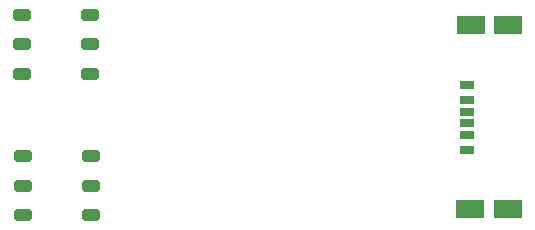
<source format=gbr>
G04*
G04 #@! TF.GenerationSoftware,Altium Limited,Altium Designer,23.0.1 (38)*
G04*
G04 Layer_Color=8421504*
%FSLAX43Y43*%
%MOMM*%
G71*
G04*
G04 #@! TF.SameCoordinates,0C8224BD-781C-42A6-9A02-31E2BED0DC02*
G04*
G04*
G04 #@! TF.FilePolarity,Positive*
G04*
G01*
G75*
%ADD13R,2.350X1.550*%
G04:AMPARAMS|DCode=14|XSize=1mm|YSize=1.525mm|CornerRadius=0.25mm|HoleSize=0mm|Usage=FLASHONLY|Rotation=90.000|XOffset=0mm|YOffset=0mm|HoleType=Round|Shape=RoundedRectangle|*
%AMROUNDEDRECTD14*
21,1,1.000,1.025,0,0,90.0*
21,1,0.500,1.525,0,0,90.0*
1,1,0.500,0.513,0.250*
1,1,0.500,0.513,-0.250*
1,1,0.500,-0.513,-0.250*
1,1,0.500,-0.513,0.250*
%
%ADD14ROUNDEDRECTD14*%
%ADD15R,1.200X0.800*%
%ADD16R,1.200X0.760*%
%ADD17R,1.200X0.700*%
D13*
X125044Y108585D02*
D03*
X121844D02*
D03*
X124968Y92964D02*
D03*
X121768D02*
D03*
D14*
X83879Y104434D02*
D03*
Y106934D02*
D03*
Y109434D02*
D03*
X89604D02*
D03*
Y106934D02*
D03*
Y104434D02*
D03*
X83947Y92456D02*
D03*
Y94956D02*
D03*
Y97456D02*
D03*
X89672D02*
D03*
Y94956D02*
D03*
Y92456D02*
D03*
D15*
X121507Y97961D02*
D03*
Y103461D02*
D03*
D16*
Y99191D02*
D03*
Y102231D02*
D03*
D17*
Y100211D02*
D03*
Y101211D02*
D03*
M02*

</source>
